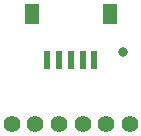
<source format=gtp>
G04*
G04 #@! TF.GenerationSoftware,Altium Limited,Altium Designer,24.4.1 (13)*
G04*
G04 Layer_Color=8421504*
%FSLAX44Y44*%
%MOMM*%
G71*
G04*
G04 #@! TF.SameCoordinates,3A254B37-44D2-41AC-B17A-D77AFD25B485*
G04*
G04*
G04 #@! TF.FilePolarity,Positive*
G04*
G01*
G75*
%ADD12R,0.6000X1.5500*%
%ADD13R,1.2000X1.8000*%
%ADD14C,1.4000*%
%ADD15C,0.8000*%
D12*
X10000Y14680D02*
D03*
X-20000D02*
D03*
X-10000D02*
D03*
X0D02*
D03*
X20000D02*
D03*
D13*
X-33000Y53430D02*
D03*
X33000D02*
D03*
D14*
X50000Y-40000D02*
D03*
X-50000D02*
D03*
X30000D02*
D03*
X-30000D02*
D03*
X10000D02*
D03*
X-10000D02*
D03*
D15*
X44000Y21000D02*
D03*
M02*

</source>
